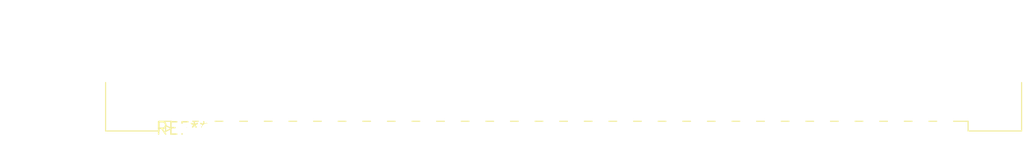
<source format=kicad_pcb>
(kicad_pcb (version 20240108) (generator pcbnew)
  (layers (0 "F.Cu" signal) (31 "B.Cu" signal) (34 "B.Paste" user) (35 "F.Paste" user) (36 "B.SilkS" user "B.Silkscreen") (37 "F.SilkS" user "F.Silkscreen") (38 "B.Mask" user) (39 "F.Mask" user) (44 "Edge.Cuts" user))
  (net 0 "")
  (footprint "DIN41612_B_1x32_Male_Horizontal_THT" (layer "F.Cu") (at 0 0)
    (property "Reference" "REF**")
    (property "Value" "DIN41612_B_1x32_Male_Horizontal_THT")
    (fp_line (start -7.89 -4.74) (end -7.89 0.26) (layer "F.SilkS") (stroke (width 0.12)))
    (fp_line (start -7.89 0.26) (end -2.37 0.26) (layer "F.SilkS") (stroke (width 0.12)))
    (fp_line (start -2.371 -0.74) (end -1.095 -0.74) (layer "F.SilkS") (stroke (width 0.12)))
    (fp_line (start -2.37 0.26) (end -2.37 -0.74) (layer "F.SilkS") (stroke (width 0.12)))
    (fp_line (start -1.695 -0.3) (end -1.695 0.3) (layer "F.SilkS") (stroke (width 0.12)))
    (fp_line (start -1.695 0.3) (end -1.095 0) (layer "F.SilkS") (stroke (width 0.12)))
    (fp_line (start -1.095 0) (end -1.695 -0.3) (layer "F.SilkS") (stroke (width 0.12)))
    (fp_line (start 1.095 -0.74) (end 1.671 -0.74) (layer "F.SilkS") (stroke (width 0.12)))
    (fp_line (start 3.41 -0.74) (end 4.211 -0.74) (layer "F.SilkS") (stroke (width 0.12)))
    (fp_line (start 5.95 -0.74) (end 6.751 -0.74) (layer "F.SilkS") (stroke (width 0.12)))
    (fp_line (start 8.49 -0.74) (end 9.291 -0.74) (layer "F.SilkS") (stroke (width 0.12)))
    (fp_line (start 11.03 -0.74) (end 11.831 -0.74) (layer "F.SilkS") (stroke (width 0.12)))
    (fp_line (start 13.57 -0.74) (end 14.371 -0.74) (layer "F.SilkS") (stroke (width 0.12)))
    (fp_line (start 16.11 -0.74) (end 16.911 -0.74) (layer "F.SilkS") (stroke (width 0.12)))
    (fp_line (start 18.65 -0.74) (end 19.451 -0.74) (layer "F.SilkS") (stroke (width 0.12)))
    (fp_line (start 21.19 -0.74) (end 21.991 -0.74) (layer "F.SilkS") (stroke (width 0.12)))
    (fp_line (start 23.73 -0.74) (end 24.531 -0.74) (layer "F.SilkS") (stroke (width 0.12)))
    (fp_line (start 26.27 -0.74) (end 27.071 -0.74) (layer "F.SilkS") (stroke (width 0.12)))
    (fp_line (start 28.81 -0.74) (end 29.611 -0.74) (layer "F.SilkS") (stroke (width 0.12)))
    (fp_line (start 31.35 -0.74) (end 32.151 -0.74) (layer "F.SilkS") (stroke (width 0.12)))
    (fp_line (start 33.89 -0.74) (end 34.691 -0.74) (layer "F.SilkS") (stroke (width 0.12)))
    (fp_line (start 36.43 -0.74) (end 37.231 -0.74) (layer "F.SilkS") (stroke (width 0.12)))
    (fp_line (start 38.97 -0.74) (end 39.771 -0.74) (layer "F.SilkS") (stroke (width 0.12)))
    (fp_line (start 41.51 -0.74) (end 42.311 -0.74) (layer "F.SilkS") (stroke (width 0.12)))
    (fp_line (start 44.05 -0.74) (end 44.851 -0.74) (layer "F.SilkS") (stroke (width 0.12)))
    (fp_line (start 46.59 -0.74) (end 47.391 -0.74) (layer "F.SilkS") (stroke (width 0.12)))
    (fp_line (start 49.13 -0.74) (end 49.931 -0.74) (layer "F.SilkS") (stroke (width 0.12)))
    (fp_line (start 51.67 -0.74) (end 52.471 -0.74) (layer "F.SilkS") (stroke (width 0.12)))
    (fp_line (start 54.21 -0.74) (end 55.011 -0.74) (layer "F.SilkS") (stroke (width 0.12)))
    (fp_line (start 56.75 -0.74) (end 57.551 -0.74) (layer "F.SilkS") (stroke (width 0.12)))
    (fp_line (start 59.29 -0.74) (end 60.091 -0.74) (layer "F.SilkS") (stroke (width 0.12)))
    (fp_line (start 61.83 -0.74) (end 62.631 -0.74) (layer "F.SilkS") (stroke (width 0.12)))
    (fp_line (start 64.37 -0.74) (end 65.171 -0.74) (layer "F.SilkS") (stroke (width 0.12)))
    (fp_line (start 66.91 -0.74) (end 67.711 -0.74) (layer "F.SilkS") (stroke (width 0.12)))
    (fp_line (start 69.45 -0.74) (end 70.251 -0.74) (layer "F.SilkS") (stroke (width 0.12)))
    (fp_line (start 71.99 -0.74) (end 72.791 -0.74) (layer "F.SilkS") (stroke (width 0.12)))
    (fp_line (start 74.53 -0.74) (end 75.331 -0.74) (layer "F.SilkS") (stroke (width 0.12)))
    (fp_line (start 77.07 -0.74) (end 77.871 -0.74) (layer "F.SilkS") (stroke (width 0.12)))
    (fp_line (start 79.61 -0.74) (end 81.11 -0.74) (layer "F.SilkS") (stroke (width 0.12)))
    (fp_line (start 81.11 0.26) (end 81.11 -0.74) (layer "F.SilkS") (stroke (width 0.12)))
    (fp_line (start 86.63 -4.74) (end 86.63 0.26) (layer "F.SilkS") (stroke (width 0.12)))
    (fp_line (start 86.63 0.26) (end 81.11 0.26) (layer "F.SilkS") (stroke (width 0.12)))
    (pad "" np_thru_hole circle (at -5.08 -2.54) (size 2.85 2.85) (drill 2.85) (layers *.Cu *.Mask))
    (pad "" np_thru_hole circle (at 83.82 -2.54) (size 2.85 2.85) (drill 2.85) (layers *.Cu *.Mask))
    (pad "a1" thru_hole roundrect (at 0 0) (size 1.55 1.55) (drill 1) (layers *.Cu *.Mask) (remove_unused_layers) (roundrect_rratio 0.16129))
    (pad "a2" thru_hole circle (at 2.54 0) (size 1.55 1.55) (drill 1) (layers *.Cu *.Mask) (remove_unused_layers))
    (pad "a3" thru_hole circle (at 5.08 0) (size 1.55 1.55) (drill 1) (layers *.Cu *.Mask) (remove_unused_layers))
    (pad "a4" thru_hole circle (at 7.62 0) (size 1.55 1.55) (drill 1) (layers *.Cu *.Mask) (remove_unused_layers))
    (pad "a5" thru_hole circle (at 10.16 0) (size 1.55 1.55) (drill 1) (layers *.Cu *.Mask) (remove_unused_layers))
    (pad "a6" thru_hole circle (at 12.7 0) (size 1.55 1.55) (drill 1) (layers *.Cu *.Mask) (remove_unused_layers))
    (pad "a7" thru_hole circle (at 15.24 0) (size 1.55 1.55) (drill 1) (layers *.Cu *.Mask) (remove_unused_layers))
    (pad "a8" thru_hole circle (at 17.78 0) (size 1.55 1.55) (drill 1) (layers *.Cu *.Mask) (remove_unused_layers))
    (pad "a9" thru_hole circle (at 20.32 0) (size 1.55 1.55) (drill 1) (layers *.Cu *.Mask) (remove_unused_layers))
    (pad "a10" thru_hole circle (at 22.86 0) (size 1.55 1.55) (drill 1) (layers *.Cu *.Mask) (remove_unused_layers))
    (pad "a11" thru_hole circle (at 25.4 0) (size 1.55 1.55) (drill 1) (layers *.Cu *.Mask) (remove_unused_layers))
    (pad "a12" thru_hole circle (at 27.94 0) (size 1.55 1.55) (drill 1) (layers *.Cu *.Mask) (remove_unused_layers))
    (pad "a13" thru_hole circle (at 30.48 0) (size 1.55 1.55) (drill 1) (layers *.Cu *.Mask) (remove_unused_layers))
    (pad "a14" thru_hole circle (at 33.02 0) (size 1.55 1.55) (drill 1) (layers *.Cu *.Mask) (remove_unused_layers))
    (pad "a15" thru_hole circle (at 35.56 0) (size 1.55 1.55) (drill 1) (layers *.Cu *.Mask) (remove_unused_layers))
    (pad "a16" thru_hole circle (at 38.1 0) (size 1.55 1.55) (drill 1) (layers *.Cu *.Mask) (remove_unused_layers))
    (pad "a17" thru_hole circle (at 40.64 0) (size 1.55 1.55) (drill 1) (layers *.Cu *.Mask) (remove_unused_layers))
    (pad "a18" thru_hole circle (at 43.18 0) (size 1.55 1.55) (drill 1) (layers *.Cu *.Mask) (remove_unused_layers))
    (pad "a19" thru_hole circle (at 45.72 0) (size 1.55 1.55) (drill 1) (layers *.Cu *.Mask) (remove_unused_layers))
    (pad "a20" thru_hole circle (at 48.26 0) (size 1.55 1.55) (drill 1) (layers *.Cu *.Mask) (remove_unused_layers))
    (pad "a21" thru_hole circle (at 50.8 0) (size 1.55 1.55) (drill 1) (layers *.Cu *.Mask) (remove_unused_layers))
    (pad "a22" thru_hole circle (at 53.34 0) (size 1.55 1.55) (drill 1) (layers *.Cu *.Mask) (remove_unused_layers))
    (pad "a23" thru_hole circle (at 55.88 0) (size 1.55 1.55) (drill 1) (layers *.Cu *.Mask) (remove_unused_layers))
    (pad "a24" thru_hole circle (at 58.42 0) (size 1.55 1.55) (drill 1) (layers *.Cu *.Mask) (remove_unused_layers))
    (pad "a25" thru_hole circle (at 60.96 0) (size 1.55 1.55) (drill 1) (layers *.Cu *.Mask) (remove_unused_layers))
    (pad "a26" thru_hole circle (at 63.5 0) (size 1.55 1.55) (drill 1) (layers *.Cu *.Mask) (remove_unused_layers))
    (pad "a27" thru_hole circle (at 66.04 0) (size 1.55 1.55) (drill 1) (layers *.Cu *.Mask) (remove_unused_layers))
    (pad "a28" thru_hole circle (at 68.58 0) (size 1.55 1.55) (drill 1) (layers *.Cu *.Mask) (remove_unused_layers))
    (pad "a29" thru_hole circle (at 71.12 0) (size 1.55 1.55) (drill 1) (layers *.Cu *.Mask) (remove_unused_layers))
    (pad "a30" thru_hole circle (at 73.66 0) (size 1.55 1.55) (drill 1) (layers *.Cu *.Mask) (remove_unused_layers))
    (pad "a31" thru_hole circle (at 76.2 0) (size 1.55 1.55) (drill 1) (layers *.Cu *.Mask) (remove_unused_layers))
    (pad "a32" thru_hole circle (at 78.74 0) (size 1.55 1.55) (drill 1) (layers *.Cu *.Mask) (remove_unused_layers))
  )
)
</source>
